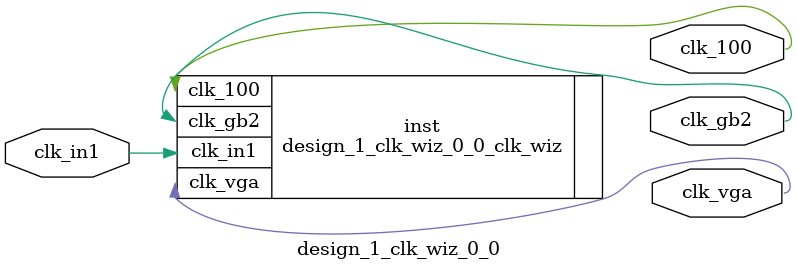
<source format=v>


`timescale 1ps/1ps

(* CORE_GENERATION_INFO = "design_1_clk_wiz_0_0,clk_wiz_v6_0_2_0_0,{component_name=design_1_clk_wiz_0_0,use_phase_alignment=true,use_min_o_jitter=false,use_max_i_jitter=false,use_dyn_phase_shift=false,use_inclk_switchover=false,use_dyn_reconfig=false,enable_axi=0,feedback_source=FDBK_AUTO,PRIMITIVE=PLL,num_out_clk=3,clkin1_period=10.000,clkin2_period=10.000,use_power_down=false,use_reset=false,use_locked=false,use_inclk_stopped=false,feedback_type=SINGLE,CLOCK_MGR_TYPE=NA,manual_override=false}" *)

module design_1_clk_wiz_0_0 
 (
  // Clock out ports
  output        clk_100,
  output        clk_gb2,
  output        clk_vga,
 // Clock in ports
  input         clk_in1
 );

  design_1_clk_wiz_0_0_clk_wiz inst
  (
  // Clock out ports  
  .clk_100(clk_100),
  .clk_gb2(clk_gb2),
  .clk_vga(clk_vga),
 // Clock in ports
  .clk_in1(clk_in1)
  );

endmodule

</source>
